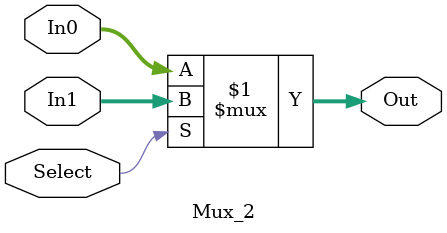
<source format=v>
`timescale 1ns / 1ps


module Mux_2 #(
    parameter WIDTH = 8
    )
	(
	input [WIDTH-1:0] In0, In1, 
	input Select, 
	output [WIDTH-1:0] Out
	);

	assign Out = Select ? In1 : In0; 

endmodule
</source>
